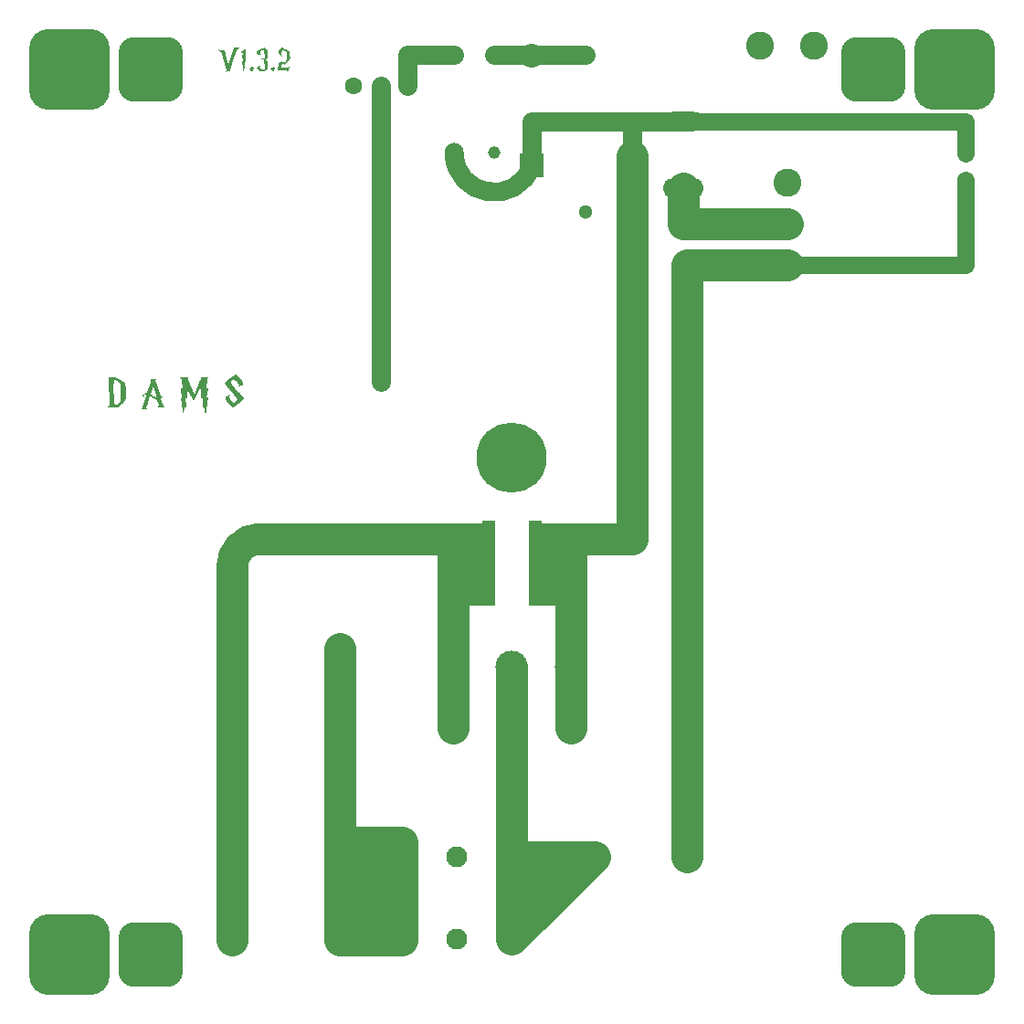
<source format=gtl>
G04*
G04 #@! TF.GenerationSoftware,Altium Limited,Altium Designer,24.0.1 (36)*
G04*
G04 Layer_Physical_Order=1*
G04 Layer_Color=16711833*
%FSLAX44Y44*%
%MOMM*%
G71*
G04*
G04 #@! TF.SameCoordinates,9C8BCC2B-501B-40A3-BBBE-7B9C73712F20*
G04*
G04*
G04 #@! TF.FilePolarity,Positive*
G04*
G01*
G75*
%ADD10C,0.2540*%
%ADD13R,1.2000X3.4200*%
%ADD33C,1.8000*%
%ADD34C,0.2540*%
%ADD35C,3.0000*%
%ADD36C,1.6000*%
%ADD37R,4.9675X5.2937*%
%ADD38R,2.6921X5.0620*%
%ADD39R,5.7780X9.0000*%
%ADD40C,2.1500*%
%ADD41C,1.6000*%
%ADD42R,2.2000X2.2000*%
%ADD43C,2.2000*%
%ADD44C,1.1500*%
%ADD45O,3.8000X1.8000*%
%ADD46O,1.8000X3.8000*%
%ADD47C,1.3000*%
%ADD48C,2.6000*%
%ADD49C,3.0000*%
%ADD50R,3.0000X3.0000*%
%ADD51C,6.5000*%
%ADD52C,1.9500*%
%ADD53C,1.3600*%
%ADD54C,1.7000*%
%ADD55C,1.5400*%
G04:AMPARAMS|DCode=56|XSize=6mm|YSize=6mm|CornerRadius=1.5mm|HoleSize=0mm|Usage=FLASHONLY|Rotation=0.000|XOffset=0mm|YOffset=0mm|HoleType=Round|Shape=RoundedRectangle|*
%AMROUNDEDRECTD56*
21,1,6.0000,3.0000,0,0,0.0*
21,1,3.0000,6.0000,0,0,0.0*
1,1,3.0000,1.5000,-1.5000*
1,1,3.0000,-1.5000,-1.5000*
1,1,3.0000,-1.5000,1.5000*
1,1,3.0000,1.5000,1.5000*
%
%ADD56ROUNDEDRECTD56*%
G04:AMPARAMS|DCode=57|XSize=7.5mm|YSize=7.5mm|CornerRadius=1.875mm|HoleSize=0mm|Usage=FLASHONLY|Rotation=0.000|XOffset=0mm|YOffset=0mm|HoleType=Round|Shape=RoundedRectangle|*
%AMROUNDEDRECTD57*
21,1,7.5000,3.7500,0,0,0.0*
21,1,3.7500,7.5000,0,0,0.0*
1,1,3.7500,1.8750,-1.8750*
1,1,3.7500,-1.8750,-1.8750*
1,1,3.7500,-1.8750,1.8750*
1,1,3.7500,1.8750,1.8750*
%
%ADD57ROUNDEDRECTD57*%
G36*
X450000Y53800D02*
Y130000D01*
X527000D01*
X450000Y53800D01*
D02*
G37*
G36*
X197802Y880687D02*
X197719Y880625D01*
X197594Y880541D01*
X197448Y880416D01*
X197239Y880250D01*
X197031Y880041D01*
X196781Y879812D01*
X196511Y879562D01*
X196240Y879271D01*
X195948Y878958D01*
X195636Y878604D01*
X195344Y878229D01*
X195053Y877834D01*
X194782Y877417D01*
X194511Y876959D01*
X194261Y876501D01*
Y876480D01*
X194240Y876438D01*
X194199Y876355D01*
X194136Y876230D01*
X194074Y876063D01*
X193990Y875855D01*
X193886Y875626D01*
X193782Y875334D01*
X193657Y874980D01*
X193511Y874605D01*
X193365Y874168D01*
X193199Y873668D01*
X193032Y873106D01*
X192845Y872502D01*
X192637Y871835D01*
X192428Y871106D01*
X188971Y859338D01*
X188929Y859318D01*
X188888Y859297D01*
X188804Y859234D01*
X188679Y859172D01*
X188513Y859068D01*
X188283Y858943D01*
X188263Y858922D01*
X188179Y858880D01*
X188054Y858818D01*
X187908Y858755D01*
X187554Y858609D01*
X187367Y858568D01*
X187200Y858547D01*
X187096D01*
X186971Y858526D01*
X186805Y858505D01*
X186596Y858484D01*
X186367Y858443D01*
X186117Y858401D01*
X185826Y858318D01*
X185534Y858234D01*
X185222Y858130D01*
X184909Y858005D01*
X184576Y857860D01*
X184264Y857672D01*
X183951Y857464D01*
X183660Y857235D01*
X183493Y857068D01*
X183597Y857193D01*
X183785Y857401D01*
X184035Y857672D01*
X184347Y857985D01*
X184701Y858339D01*
X185118Y858714D01*
X185576Y859130D01*
X182077Y871106D01*
X182056Y871148D01*
X182035Y871252D01*
X181993Y871419D01*
X181910Y871648D01*
X181848Y871918D01*
X181744Y872210D01*
X181660Y872543D01*
X181556Y872877D01*
X181327Y873564D01*
X181223Y873897D01*
X181119Y874210D01*
X181035Y874480D01*
X180952Y874730D01*
X180889Y874918D01*
X180827Y875063D01*
X180806Y875084D01*
X180785Y875168D01*
X180723Y875293D01*
X180640Y875438D01*
X180556Y875626D01*
X180431Y875834D01*
X180140Y876334D01*
X179765Y876834D01*
X179348Y877355D01*
X179098Y877584D01*
X178848Y877792D01*
X178578Y877979D01*
X178307Y878146D01*
X178286Y878167D01*
X178223Y878188D01*
X178161Y878209D01*
X178078Y878271D01*
X177953Y878334D01*
X177807Y878417D01*
X177619Y878521D01*
X177515Y878584D01*
X177557D01*
X177619Y878563D01*
X177703D01*
X177932Y878542D01*
X178203Y878500D01*
X178557Y878458D01*
X178953Y878417D01*
X179390Y878375D01*
X179869Y878334D01*
X180848Y878250D01*
X181327Y878229D01*
X181806Y878188D01*
X182264D01*
X182701Y878167D01*
X183076D01*
X183410Y878188D01*
X185555Y870398D01*
X185576Y870356D01*
X185597Y870273D01*
X185638Y870107D01*
X185701Y869877D01*
X185784Y869607D01*
X185867Y869294D01*
X185972Y868940D01*
X186076Y868544D01*
X186201Y868107D01*
X186346Y867649D01*
X186471Y867170D01*
X186617Y866670D01*
X186909Y865628D01*
X187221Y864566D01*
X191845Y880333D01*
X191970D01*
X192053Y880312D01*
X192303D01*
X192470Y880291D01*
X193095D01*
X193595Y880312D01*
X194199Y880333D01*
X194844Y880396D01*
X197823Y880708D01*
X197802Y880687D01*
D02*
G37*
G36*
X203446Y866878D02*
X202572Y868523D01*
X202488Y868732D01*
X202613Y861505D01*
X201863Y862900D01*
X201343Y856256D01*
X199655Y867670D01*
X200489Y867003D01*
X199593Y873876D01*
X200759Y873272D01*
X200530Y875772D01*
X197031Y876126D01*
X197052D01*
X197094Y876147D01*
X197156Y876188D01*
X197260Y876230D01*
X197385Y876292D01*
X197531Y876355D01*
X197885Y876522D01*
X198302Y876730D01*
X198760Y876959D01*
X199281Y877230D01*
X199822Y877521D01*
X200364Y877834D01*
X200926Y878188D01*
X201447Y878521D01*
X201947Y878896D01*
X202405Y879250D01*
X202821Y879625D01*
X202988Y879791D01*
X203134Y879979D01*
X203280Y880166D01*
X203384Y880333D01*
X203446Y866878D01*
D02*
G37*
G36*
X237042Y880562D02*
X237104Y880520D01*
X237188Y880479D01*
X237313Y880437D01*
X237437Y880375D01*
X237792Y880229D01*
X238187Y880021D01*
X238645Y879812D01*
X239166Y879541D01*
X239729Y879271D01*
X240291Y878958D01*
X240895Y878646D01*
X242103Y877938D01*
X242665Y877563D01*
X243228Y877188D01*
X243748Y876813D01*
X244207Y876438D01*
Y876396D01*
Y876334D01*
Y876272D01*
Y876167D01*
X244228Y876022D01*
Y875876D01*
Y875667D01*
Y875459D01*
Y875209D01*
X244248Y874918D01*
Y874585D01*
Y874230D01*
Y873814D01*
Y873376D01*
Y872897D01*
Y872877D01*
Y872835D01*
Y872731D01*
Y872606D01*
X244269Y872439D01*
Y872231D01*
Y871981D01*
X244290Y871669D01*
Y871627D01*
Y871544D01*
X244311Y871398D01*
Y871231D01*
Y871023D01*
Y870815D01*
Y870606D01*
Y870419D01*
Y870398D01*
X244290Y870356D01*
X244269Y870294D01*
X244248Y870190D01*
X244186Y870086D01*
X244123Y869940D01*
X244040Y869752D01*
X243936Y869565D01*
X243811Y869336D01*
X243644Y869107D01*
X243478Y868836D01*
X243249Y868544D01*
X243019Y868232D01*
X242728Y867919D01*
X242415Y867565D01*
X242061Y867190D01*
X242020Y867149D01*
X241895Y867024D01*
X241707Y866836D01*
X241437Y866566D01*
X241103Y866253D01*
X240707Y865858D01*
X240270Y865441D01*
X239749Y864962D01*
X238958Y864795D01*
X238937D01*
X238833Y864837D01*
X238687Y864879D01*
X238458Y864983D01*
X238167Y865129D01*
X237792Y865337D01*
X237563Y865462D01*
X237313Y865628D01*
X237063Y865795D01*
X236771Y865983D01*
X236125Y861879D01*
X241603D01*
X241749Y861900D01*
X241957Y861942D01*
X242186Y862004D01*
X242436Y862109D01*
X242728Y862234D01*
X242999Y862421D01*
X243040Y862442D01*
X243124Y862525D01*
X243269Y862629D01*
X243436Y862775D01*
X243623Y862962D01*
X243811Y863192D01*
X243998Y863421D01*
X244165Y863691D01*
X243165Y858859D01*
X243124D01*
X243082Y858880D01*
X242894D01*
X242790Y858901D01*
X242645Y858922D01*
X242478D01*
X242270Y858943D01*
X242061D01*
X241811Y858963D01*
X241541Y858984D01*
X240895D01*
X240541Y859005D01*
X232689D01*
X233793Y865795D01*
X233918Y865774D01*
X233938Y866003D01*
X236833Y868253D01*
Y868232D01*
X236875Y868211D01*
X236917Y868149D01*
X236979Y868065D01*
X237167Y867857D01*
X237417Y867607D01*
X237729Y867316D01*
X238083Y867045D01*
X238521Y866795D01*
X238979Y866587D01*
X239000Y866607D01*
X239083Y866649D01*
X239187Y866712D01*
X239333Y866816D01*
X239520Y866941D01*
X239708Y867107D01*
X239937Y867316D01*
X240187Y867565D01*
X240208Y867607D01*
X240291Y867690D01*
X240416Y867815D01*
X240541Y867982D01*
X240687Y868169D01*
X240812Y868378D01*
X240937Y868586D01*
X241020Y868794D01*
Y875855D01*
X240999Y875897D01*
X240978Y876001D01*
X240916Y876167D01*
X240812Y876355D01*
X240687Y876584D01*
X240520Y876813D01*
X240312Y877063D01*
X240062Y877271D01*
X240041Y877292D01*
X239958Y877334D01*
X239854Y877396D01*
X239666Y877480D01*
X239458Y877563D01*
X239187Y877667D01*
X238875Y877792D01*
X238521Y877917D01*
X237188Y878354D01*
Y878313D01*
X237146Y878229D01*
X237104Y878084D01*
X237042Y877896D01*
X236979Y877688D01*
X236896Y877438D01*
X236729Y876876D01*
X236563Y876292D01*
X236479Y876022D01*
X236417Y875772D01*
X236355Y875522D01*
X236313Y875313D01*
X236292Y875168D01*
X236271Y875043D01*
Y875022D01*
Y874959D01*
X236292Y874876D01*
X236313Y874772D01*
Y874730D01*
X236292Y874647D01*
X236271Y874501D01*
X236250Y874355D01*
Y874314D01*
X236271Y874210D01*
X236292Y874043D01*
X236334Y873814D01*
X236417Y873543D01*
X236542Y873231D01*
X236709Y872877D01*
X236938Y872502D01*
X233251Y875730D01*
Y875751D01*
X233272Y875772D01*
X233293Y875897D01*
X233355Y876063D01*
X233438Y876272D01*
X233543Y876522D01*
X233647Y876751D01*
X233793Y876980D01*
X233938Y877188D01*
X236313Y880583D01*
X237000D01*
X237042Y880562D01*
D02*
G37*
G36*
X223483Y876938D02*
X223629Y871294D01*
X221837Y869752D01*
X223483Y868003D01*
Y860401D01*
X220192Y858651D01*
X220067D01*
X215818Y858880D01*
X213610Y861713D01*
Y861734D01*
X213631Y861796D01*
X213673Y861900D01*
X213735Y862025D01*
X213819Y862192D01*
X213944Y862379D01*
X214069Y862567D01*
X214256Y862775D01*
X214464Y862983D01*
X214714Y863192D01*
X215006Y863400D01*
X215339Y863608D01*
X215714Y863796D01*
X216151Y863941D01*
X216630Y864087D01*
X217172Y864191D01*
X217151Y864171D01*
X217130Y864129D01*
X217068Y864066D01*
X217005Y863983D01*
X216839Y863775D01*
X216651Y863504D01*
X216464Y863233D01*
X216297Y862983D01*
X216172Y862775D01*
X216151Y862692D01*
X216131Y862629D01*
Y862608D01*
Y862567D01*
X216151Y862504D01*
X216172Y862421D01*
X216255Y862192D01*
X216318Y862067D01*
X216401Y861942D01*
X217276Y860338D01*
X219984Y860526D01*
X220588Y861296D01*
X220254Y869128D01*
X217172D01*
X217588Y870669D01*
X219984Y870794D01*
X220588Y871564D01*
X220213Y878625D01*
X216818Y877292D01*
X216880Y876084D01*
Y876042D01*
X216859Y875938D01*
X216839Y875792D01*
X216818Y875605D01*
Y875584D01*
Y875563D01*
Y875501D01*
X216839Y875418D01*
X216880Y875189D01*
X216964Y874918D01*
X217109Y874585D01*
X217213Y874397D01*
X217339Y874210D01*
X217484Y874022D01*
X217651Y873835D01*
X217838Y873647D01*
X218047Y873460D01*
X218026D01*
X217984Y873481D01*
X217922D01*
X217817Y873501D01*
X217693Y873522D01*
X217568Y873543D01*
X217234Y873606D01*
X216880Y873668D01*
X216526Y873751D01*
X216151Y873814D01*
X215839Y873897D01*
X215818D01*
X215776Y873918D01*
X215693Y873939D01*
X215589Y873960D01*
X215464Y874001D01*
X215318Y874064D01*
X214985Y874168D01*
X214631Y874314D01*
X214256Y874480D01*
X213902Y874668D01*
X213610Y874876D01*
Y877001D01*
X216943Y878667D01*
X220754Y880187D01*
X223483Y876938D01*
D02*
G37*
G36*
X229210Y862421D02*
X229294Y862275D01*
X229377Y862150D01*
X229481Y862046D01*
X229710Y861900D01*
X229919Y861796D01*
X230106Y861754D01*
X230273Y861734D01*
X230418D01*
X230606Y860276D01*
X230377Y860255D01*
X230169Y860213D01*
X229981Y860151D01*
X229835Y860088D01*
X229710Y860005D01*
X229627Y859942D01*
X229564Y859901D01*
X229544Y859880D01*
X229419Y859713D01*
X229335Y859547D01*
X229273Y859380D01*
X229231Y859213D01*
Y859089D01*
Y858963D01*
Y858880D01*
Y858859D01*
X227482Y858922D01*
X227419Y859130D01*
X227336Y859318D01*
X227253Y859463D01*
X227148Y859588D01*
X226961Y859797D01*
X226753Y859942D01*
X226565Y860026D01*
X226420Y860067D01*
X226315Y860088D01*
X226274D01*
X226170Y861421D01*
X226420D01*
X226628Y861442D01*
X226794Y861484D01*
X226919Y861525D01*
X227003Y861567D01*
X227086Y861588D01*
X227107Y861629D01*
X227128D01*
X227169Y861692D01*
X227232Y861796D01*
X227315Y862025D01*
X227357Y862150D01*
X227398Y862254D01*
X227419Y862317D01*
Y862338D01*
X229127Y862588D01*
X229210Y862421D01*
D02*
G37*
G36*
X209632D02*
X209715Y862275D01*
X209799Y862150D01*
X209903Y862046D01*
X210132Y861900D01*
X210340Y861796D01*
X210528Y861754D01*
X210694Y861734D01*
X210840D01*
X211028Y860276D01*
X210798Y860255D01*
X210590Y860213D01*
X210403Y860151D01*
X210257Y860088D01*
X210132Y860005D01*
X210049Y859942D01*
X209986Y859901D01*
X209965Y859880D01*
X209840Y859713D01*
X209757Y859547D01*
X209695Y859380D01*
X209653Y859213D01*
Y859089D01*
Y858963D01*
Y858880D01*
Y858859D01*
X207903Y858922D01*
X207841Y859130D01*
X207758Y859318D01*
X207674Y859463D01*
X207570Y859588D01*
X207383Y859797D01*
X207174Y859942D01*
X206987Y860026D01*
X206841Y860067D01*
X206737Y860088D01*
X206695D01*
X206591Y861421D01*
X206841D01*
X207050Y861442D01*
X207216Y861484D01*
X207341Y861525D01*
X207424Y861567D01*
X207508Y861588D01*
X207528Y861629D01*
X207549D01*
X207591Y861692D01*
X207654Y861796D01*
X207737Y862025D01*
X207778Y862150D01*
X207820Y862254D01*
X207841Y862317D01*
Y862338D01*
X209549Y862588D01*
X209632Y862421D01*
D02*
G37*
G36*
X194718Y577701D02*
X194829Y577673D01*
X194940Y577589D01*
X199965Y571565D01*
Y571537D01*
X200021Y571454D01*
X200049Y571343D01*
X200132Y571204D01*
X200215Y571010D01*
X200298Y570816D01*
X200493Y570344D01*
X200659Y569844D01*
X200826Y569344D01*
X200937Y568900D01*
X200992Y568733D01*
Y568567D01*
Y568539D01*
X200965Y568428D01*
X200937Y568261D01*
X200881Y568039D01*
X200743Y567817D01*
X200576Y567567D01*
X200326Y567317D01*
X199993Y567095D01*
X196023Y566068D01*
X195968Y566373D01*
X195995Y566401D01*
X196051Y566457D01*
X196134Y566540D01*
X196273Y566623D01*
X196412Y566762D01*
X196606Y566901D01*
X197022Y567179D01*
X197050Y567206D01*
X197078Y567234D01*
X197134Y567290D01*
X197189Y567373D01*
X197217Y567484D01*
X197272Y567651D01*
X197300Y567845D01*
X197272Y567900D01*
X197217Y568039D01*
X197050Y568289D01*
X196967Y568456D01*
X196828Y568650D01*
X196661Y568844D01*
X196467Y569094D01*
X196245Y569344D01*
X195968Y569650D01*
X195662Y569955D01*
X195301Y570288D01*
X194912Y570649D01*
X194468Y571038D01*
X194441Y571065D01*
X194357Y571121D01*
X194246Y571232D01*
X194080Y571371D01*
X193857Y571537D01*
X193636Y571704D01*
X193108Y572093D01*
X192553Y572481D01*
X192275Y572648D01*
X191998Y572787D01*
X191720Y572898D01*
X191470Y572981D01*
X191248Y573009D01*
X191026D01*
X190970Y572981D01*
X190859Y572925D01*
X190720Y572814D01*
X190554Y572676D01*
X190359Y572481D01*
X190137Y572231D01*
X189915Y571926D01*
X189888Y571898D01*
X189832Y571759D01*
X189721Y571593D01*
X189638Y571399D01*
X189416Y570899D01*
X189360Y570649D01*
X189332Y570427D01*
Y570399D01*
Y570344D01*
X189360Y570260D01*
X189388Y570121D01*
X189499Y569816D01*
X189582Y569650D01*
X189693Y569455D01*
X189721Y569427D01*
X189804Y569316D01*
X189971Y569122D01*
X190165Y568872D01*
X190443Y568539D01*
X190776Y568122D01*
X191165Y567678D01*
X191609Y567123D01*
X192136Y566512D01*
X192719Y565846D01*
X193358Y565124D01*
X194080Y564319D01*
X194857Y563459D01*
X195690Y562515D01*
X196606Y561543D01*
X197578Y560488D01*
X197633Y560432D01*
X197744Y560321D01*
X197939Y560099D01*
X198188Y559822D01*
X198494Y559488D01*
X198827Y559100D01*
X199160Y558683D01*
X199549Y558267D01*
X200243Y557351D01*
X200576Y556879D01*
X200881Y556435D01*
X201131Y556046D01*
X201326Y555657D01*
X201437Y555324D01*
X201492Y555047D01*
Y555019D01*
Y554963D01*
X201464Y554880D01*
X201437Y554797D01*
X201353Y554547D01*
X201242Y554408D01*
X201131Y554297D01*
X200687Y554214D01*
X200715Y553881D01*
X200659Y553825D01*
X200604Y553769D01*
X200493Y553686D01*
X200354Y553575D01*
X200187Y553436D01*
X199993Y553270D01*
X199743Y553075D01*
X199466Y552853D01*
X199160Y552576D01*
X198799Y552298D01*
X198411Y551965D01*
X197939Y551604D01*
X197467Y551215D01*
X196911Y550771D01*
X196328Y550299D01*
X196273Y550271D01*
X196134Y550160D01*
X195912Y549994D01*
X195634Y549772D01*
X195301Y549494D01*
X194885Y549216D01*
X194468Y548911D01*
X193996Y548578D01*
X193052Y547939D01*
X192553Y547662D01*
X192108Y547384D01*
X191664Y547162D01*
X191276Y546996D01*
X190915Y546884D01*
X190609Y546857D01*
X190582D01*
X190498Y546884D01*
X190415Y546912D01*
X190332Y546996D01*
X185307Y552992D01*
Y553020D01*
X185251Y553103D01*
X185224Y553214D01*
X185140Y553353D01*
X185057Y553547D01*
X184974Y553742D01*
X184779Y554214D01*
X184585Y554713D01*
X184418Y555185D01*
X184307Y555630D01*
X184252Y555824D01*
Y555963D01*
Y555990D01*
X184280Y556101D01*
X184307Y556268D01*
X184363Y556490D01*
X184502Y556712D01*
X184668Y556962D01*
X184890Y557212D01*
X185224Y557462D01*
X186639Y558350D01*
X189693Y559072D01*
X189666Y559044D01*
X189610Y558989D01*
X189499Y558878D01*
X189332Y558739D01*
X188971Y558433D01*
X188555Y558073D01*
X188527Y558045D01*
X188472Y557962D01*
X188361Y557823D01*
X188250Y557656D01*
X188139Y557462D01*
X188027Y557240D01*
X187944Y556990D01*
X187889Y556740D01*
X187916Y556684D01*
X187972Y556546D01*
X188000Y556435D01*
X188083Y556296D01*
X188166Y556129D01*
X188250Y555935D01*
X188388Y555713D01*
X188527Y555435D01*
X188694Y555158D01*
X188916Y554852D01*
X189138Y554491D01*
X189388Y554103D01*
X189693Y553686D01*
X190026Y553242D01*
X190054Y553214D01*
X190110Y553131D01*
X190221Y552992D01*
X190359Y552826D01*
X190498Y552631D01*
X190693Y552409D01*
X191109Y551937D01*
X191553Y551465D01*
X191775Y551271D01*
X191998Y551077D01*
X192220Y550938D01*
X192414Y550827D01*
X192581Y550771D01*
X192719D01*
Y550799D01*
X192747Y550827D01*
X192858Y550993D01*
X193025Y551271D01*
X193302Y551660D01*
X193663Y552132D01*
X194107Y552715D01*
X194357Y553020D01*
X194663Y553381D01*
X194968Y553742D01*
X195329Y554130D01*
X195051Y554047D01*
X195107Y554075D01*
X195190Y554186D01*
X195273Y554380D01*
X195329Y554658D01*
Y554713D01*
X195301Y554797D01*
X195246Y554908D01*
X195162Y555074D01*
X195024Y555296D01*
X194829Y555602D01*
X194607Y555963D01*
X194302Y556407D01*
X193913Y556907D01*
X193441Y557545D01*
X192858Y558267D01*
X192553Y558656D01*
X192192Y559072D01*
X191831Y559544D01*
X191415Y560016D01*
X190998Y560544D01*
X190526Y561071D01*
X190026Y561654D01*
X189499Y562265D01*
X189471Y562293D01*
X189443Y562348D01*
X189360Y562431D01*
X189249Y562542D01*
X189110Y562709D01*
X188971Y562876D01*
X188583Y563320D01*
X188139Y563847D01*
X187667Y564430D01*
X187139Y565041D01*
X186584Y565680D01*
X186029Y566346D01*
X185501Y566984D01*
X185029Y567595D01*
X184585Y568150D01*
X184196Y568650D01*
X183919Y569039D01*
X183808Y569205D01*
X183724Y569344D01*
X183697Y569455D01*
X183669Y569511D01*
Y569538D01*
Y569566D01*
X183697Y569677D01*
X183752Y569844D01*
X183891Y569983D01*
X184502Y570704D01*
X188916Y574258D01*
X188971Y574286D01*
X189110Y574397D01*
X189332Y574591D01*
X189610Y574813D01*
X189971Y575063D01*
X190359Y575368D01*
X190804Y575674D01*
X191276Y576007D01*
X192220Y576618D01*
X192691Y576923D01*
X193164Y577201D01*
X193580Y577395D01*
X193969Y577589D01*
X194329Y577701D01*
X194607Y577728D01*
X194635D01*
X194718Y577701D01*
D02*
G37*
G36*
X168677Y575174D02*
X168622Y575091D01*
X168511Y574980D01*
X168372Y574785D01*
X168205Y574508D01*
X168094Y574341D01*
X167983Y574147D01*
X167844Y573897D01*
X167706Y573647D01*
X166539Y564152D01*
X168538Y565041D01*
X167012Y555047D01*
X168455Y556018D01*
X165568Y539416D01*
X164680Y549050D01*
X163375Y547051D01*
X163624Y557545D01*
X163458Y557212D01*
X161931Y554880D01*
X162014Y566457D01*
X155379Y552715D01*
X149244Y564264D01*
X149299Y554491D01*
X147772Y556823D01*
X147606Y557129D01*
X147856Y546635D01*
X146551Y548661D01*
X145662Y539000D01*
X142775Y555602D01*
X144219Y554658D01*
X142692Y564624D01*
X144719Y563736D01*
X143580Y573314D01*
X143108Y574119D01*
X143081Y574147D01*
X143053Y574202D01*
X142886Y574369D01*
X142664Y574563D01*
X142525Y574647D01*
X142386Y574702D01*
X143191D01*
X149577Y575202D01*
X150465Y575119D01*
X150437D01*
X150382Y575063D01*
X150271Y574980D01*
X150160Y574841D01*
X150049Y574647D01*
X149938Y574341D01*
X149910Y574175D01*
X149882Y573953D01*
X149854Y573731D01*
Y573453D01*
Y573425D01*
X149882Y573370D01*
Y573286D01*
X149910Y573175D01*
X149965Y573009D01*
X150049Y572814D01*
X150132Y572565D01*
X155462Y559072D01*
X161265Y572315D01*
X161292Y572370D01*
X161348Y572481D01*
X161404Y572676D01*
X161515Y572898D01*
X161598Y573120D01*
X161653Y573342D01*
X161709Y573536D01*
X161737Y573647D01*
Y573675D01*
Y573786D01*
Y573897D01*
Y574064D01*
Y574230D01*
Y574397D01*
X161709Y574508D01*
Y574591D01*
Y574619D01*
X161681Y574674D01*
X161626Y574758D01*
X161515Y574869D01*
X161404Y574980D01*
X161237Y575063D01*
X161015Y575146D01*
X160737Y575202D01*
X168733D01*
X168677Y575174D01*
D02*
G37*
G36*
X120454Y573425D02*
X120371Y573370D01*
X120232Y573259D01*
X120121Y573092D01*
X119982Y572842D01*
X119844Y572537D01*
X119760Y572148D01*
X119733Y571676D01*
Y571648D01*
Y571593D01*
Y571482D01*
X119760Y571343D01*
X119788Y571149D01*
X119816Y570927D01*
X119871Y570704D01*
X119955Y570427D01*
X124396Y556712D01*
X124424Y556740D01*
X124535Y556768D01*
X124702Y556851D01*
X124924Y556962D01*
X125229Y557129D01*
X125618Y557323D01*
X126062Y557573D01*
X126590Y557878D01*
Y557850D01*
X126562Y557795D01*
X126507Y557712D01*
X126451Y557601D01*
X126284Y557295D01*
X126062Y556934D01*
X125785Y556518D01*
X125479Y556074D01*
X125174Y555685D01*
X124841Y555296D01*
X126451Y550327D01*
X126479Y550271D01*
X126507Y550133D01*
X126590Y549938D01*
X126645Y549688D01*
X126729Y549466D01*
X126812Y549272D01*
X126867Y549105D01*
X126895Y549078D01*
Y549050D01*
Y549022D01*
X126951Y548939D01*
X127006Y548828D01*
X127062Y548689D01*
X127312Y548328D01*
X127450Y548162D01*
X127645Y547967D01*
X128811Y547301D01*
X120732D01*
X121731Y547967D01*
X121759D01*
X121870Y548023D01*
X122009Y548078D01*
X122148Y548189D01*
X122314Y548356D01*
X122425Y548578D01*
X122536Y548856D01*
X122564Y549189D01*
Y549244D01*
Y549300D01*
X122536Y549411D01*
X122509Y549577D01*
X122453Y549772D01*
X122398Y550022D01*
X122314Y550355D01*
X121287Y553769D01*
X121259D01*
X121176Y553797D01*
X121037Y553853D01*
X120843Y553908D01*
X120593Y554019D01*
X120288Y554130D01*
X119927Y554297D01*
X119538Y554519D01*
X119066Y554769D01*
X118594Y555074D01*
X118039Y555407D01*
X117456Y555824D01*
X116817Y556296D01*
X116151Y556851D01*
X115457Y557462D01*
X114707Y558128D01*
X114541Y557573D01*
X111432Y547967D01*
Y547939D01*
X111404Y547828D01*
X111348Y547690D01*
X111320Y547523D01*
X111209Y547134D01*
X111182Y546940D01*
Y546773D01*
Y546746D01*
X111209Y546662D01*
X111237Y546524D01*
X111320Y546385D01*
X111459Y546190D01*
X111681Y545996D01*
X111959Y545802D01*
X112348Y545607D01*
X110710Y545524D01*
X108045D01*
X106046Y545607D01*
X106101Y545635D01*
X106212Y545663D01*
X106379Y545746D01*
X106573Y545830D01*
X106768Y545941D01*
X106962Y546052D01*
X107156Y546190D01*
X107267Y546329D01*
X107295Y546385D01*
X107323Y546468D01*
X107351Y546579D01*
X107406Y546746D01*
X107489Y546968D01*
X107600Y547273D01*
X107711Y547634D01*
X111515Y559433D01*
X111432D01*
X111348Y559405D01*
X111209D01*
X111071Y559377D01*
X110904Y559322D01*
X110488Y559211D01*
X110016Y559016D01*
X109488Y558767D01*
X108989Y558406D01*
X108739Y558184D01*
X108489Y557934D01*
X109460Y556185D01*
X107656Y558156D01*
X107684Y558184D01*
X107739Y558267D01*
X107850Y558406D01*
X107989Y558545D01*
X108156Y558767D01*
X108378Y558989D01*
X108600Y559211D01*
X108877Y559461D01*
X109183Y559711D01*
X109516Y559960D01*
X110266Y560432D01*
X110654Y560654D01*
X111071Y560821D01*
X111515Y560960D01*
X111987Y561043D01*
X114846Y570010D01*
X114874Y570066D01*
X114902Y570177D01*
X114957Y570371D01*
X115013Y570593D01*
X115124Y571093D01*
X115180Y571343D01*
Y571537D01*
Y571565D01*
Y571593D01*
Y571676D01*
Y571787D01*
X115152Y572037D01*
X115096Y572342D01*
X115013Y572676D01*
X114874Y572981D01*
X114707Y573259D01*
X114485Y573453D01*
X120482D01*
X120454Y573425D01*
D02*
G37*
G36*
X81698Y575230D02*
X81587Y575146D01*
X82004D01*
X82031Y575119D01*
X82115Y575091D01*
X82198Y575063D01*
X82476Y574952D01*
X82837Y574785D01*
X83308Y574591D01*
X83836Y574341D01*
X84447Y574064D01*
X85113Y573758D01*
X85835Y573370D01*
X86584Y572981D01*
X87417Y572509D01*
X88250Y572037D01*
X89111Y571510D01*
X89971Y570927D01*
X90860Y570316D01*
X91748Y569677D01*
Y569650D01*
Y569622D01*
Y569538D01*
X91776Y569427D01*
Y569288D01*
Y569094D01*
X91804Y568678D01*
X91832Y568178D01*
X91859Y567567D01*
X91887Y566873D01*
X91915Y566124D01*
X91943Y565291D01*
X91970Y564430D01*
X91998Y563514D01*
X92026Y562570D01*
X92081Y560627D01*
Y558683D01*
Y558656D01*
Y558628D01*
Y558545D01*
Y558433D01*
Y558267D01*
Y558100D01*
Y557878D01*
Y557628D01*
X92054Y557351D01*
Y557045D01*
Y556684D01*
X92026Y556324D01*
Y555907D01*
X91998Y555463D01*
Y554991D01*
X91970Y554491D01*
Y554464D01*
X91943Y554408D01*
X91915Y554325D01*
X91859Y554214D01*
X91776Y554047D01*
X91693Y553853D01*
X91554Y553631D01*
X91387Y553381D01*
X91193Y553103D01*
X90971Y552770D01*
X90693Y552409D01*
X90360Y552048D01*
X89971Y551632D01*
X89555Y551188D01*
X89083Y550743D01*
X88528Y550244D01*
X88500Y550216D01*
X88444Y550188D01*
X88361Y550105D01*
X88250Y549994D01*
X88084Y549855D01*
X87917Y549688D01*
X87473Y549300D01*
X86945Y548856D01*
X86362Y548356D01*
X85696Y547828D01*
X85030Y547273D01*
X83836Y547079D01*
X83642D01*
X74508Y547134D01*
X74536D01*
X74591Y547162D01*
X74702Y547218D01*
X74869Y547273D01*
X75202Y547440D01*
X75618Y547690D01*
X76035Y548023D01*
X76396Y548439D01*
X76535Y548689D01*
X76645Y548939D01*
X76701Y549244D01*
X76729Y549550D01*
X76507Y573231D01*
Y573259D01*
Y573286D01*
X76451Y573453D01*
X76396Y573703D01*
X76257Y574008D01*
X76062Y574341D01*
X75813Y574674D01*
X75452Y575008D01*
X75008Y575257D01*
X81754D01*
X81698Y575230D01*
D02*
G37*
%LPC*%
G36*
X117289Y566846D02*
X115180Y559627D01*
X115207Y559599D01*
X115318Y559488D01*
X115485Y559350D01*
X115735Y559155D01*
X115985Y558933D01*
X116318Y558683D01*
X116679Y558406D01*
X117067Y558100D01*
X117928Y557517D01*
X118816Y556962D01*
X119261Y556712D01*
X119705Y556518D01*
X120121Y556351D01*
X120538Y556240D01*
X120093Y557601D01*
X117289Y566846D01*
D02*
G37*
G36*
X81587Y572787D02*
Y572759D01*
X81559Y572676D01*
X81504Y572509D01*
X81448Y572287D01*
X81393Y572009D01*
X81310Y571648D01*
X81254Y571232D01*
X81199Y570760D01*
Y570732D01*
Y570704D01*
X81171Y570538D01*
X81143Y570288D01*
X81115Y570010D01*
X81060Y569677D01*
X81004Y569344D01*
X80949Y569039D01*
X80865Y568761D01*
X81032Y550910D01*
Y550882D01*
X81060Y550827D01*
Y550743D01*
X81088Y550632D01*
X81143Y550605D01*
X81254Y550521D01*
X81476Y550410D01*
X81782Y550244D01*
X82170Y550049D01*
X82642Y549855D01*
X83197Y549661D01*
X83836Y549439D01*
X83864Y549466D01*
X83975Y549522D01*
X84141Y549605D01*
X84363Y549744D01*
X84613Y549911D01*
X84891Y550133D01*
X85224Y550382D01*
X85557Y550660D01*
X85613Y550716D01*
X85724Y550827D01*
X85918Y550993D01*
X86140Y551243D01*
X86362Y551493D01*
X86584Y551771D01*
X86751Y552048D01*
X86890Y552326D01*
Y568928D01*
Y568955D01*
X86862Y568983D01*
X86806Y569150D01*
X86668Y569400D01*
X86446Y569733D01*
X86168Y570094D01*
X85779Y570510D01*
X85529Y570704D01*
X85252Y570899D01*
X84974Y571093D01*
X84641Y571287D01*
X84586Y571315D01*
X84447Y571371D01*
X84197Y571482D01*
X83864Y571648D01*
X83447Y571870D01*
X82920Y572120D01*
X82309Y572426D01*
X81587Y572787D01*
D02*
G37*
%LPD*%
D10*
X328372Y844865D02*
G03*
X328370Y844861I5J-5D01*
G01*
X398372Y873365D02*
G03*
X398334Y873381I-38J-38D01*
G01*
X566690Y779214D02*
X566690Y779214D01*
X396436Y873365D02*
Y873381D01*
X190713Y323481D02*
X204465D01*
D13*
X428500Y380000D02*
D03*
X471500D02*
D03*
X428500Y425000D02*
D03*
X471500D02*
D03*
D33*
X396436Y783365D02*
G03*
X468372Y771565I36936J0D01*
G01*
X328370Y570500D02*
Y844861D01*
X353372Y844865D02*
Y873365D01*
X396436D01*
X468372Y771565D02*
Y811865D01*
X561372Y779865D02*
Y811865D01*
X468372D02*
X608372D01*
X433372Y873365D02*
X518372D01*
D34*
X471500Y425000D02*
D03*
D35*
X216113Y425000D02*
G03*
X190713Y399600I0J-25400D01*
G01*
X450000Y53800D02*
X527000Y130000D01*
X450000D02*
X527000D01*
X450000D02*
Y306600D01*
Y53800D02*
Y130000D01*
X612000Y679000D02*
X705000D01*
X612000Y130000D02*
Y679000D01*
X561372Y425000D02*
Y553500D01*
X480500Y425000D02*
X561372D01*
Y553500D02*
Y779865D01*
X608372Y717000D02*
X705000D01*
X608372D02*
Y749865D01*
X504500Y307194D02*
Y425000D01*
X216113Y425000D02*
X419500D01*
X190713Y323481D02*
Y399600D01*
X395500Y250000D02*
Y306600D01*
X504500Y250000D02*
Y307194D01*
X395500Y306600D02*
Y425000D01*
X190620Y53699D02*
Y323699D01*
X290620Y53699D02*
X348400D01*
Y143699D01*
X290620D02*
X348400D01*
X290620Y53699D02*
Y323699D01*
D36*
X870000Y679000D02*
Y757500D01*
X705000Y679000D02*
X870000D01*
Y782500D02*
Y811865D01*
X608372D02*
X870000D01*
D37*
X490338Y389468D02*
D03*
D38*
X421039Y388310D02*
D03*
D39*
X319510Y98699D02*
D03*
D40*
X527000Y130000D02*
D03*
X612000D02*
D03*
D41*
X328372Y844865D02*
D03*
X303372D02*
D03*
X353372D02*
D03*
X190620Y233699D02*
D03*
X290620D02*
D03*
Y323699D02*
D03*
X190620D02*
D03*
X290620Y53699D02*
D03*
X190620D02*
D03*
Y143699D02*
D03*
X290620D02*
D03*
D42*
X468372Y771565D02*
D03*
D43*
Y873165D02*
D03*
D44*
X396436Y873365D02*
D03*
Y783365D02*
D03*
X433372D02*
D03*
Y873365D02*
D03*
D45*
X608372Y749865D02*
D03*
Y811865D02*
D03*
D46*
X561372Y779865D02*
D03*
D47*
X518372Y873365D02*
D03*
Y728365D02*
D03*
X328370Y570500D02*
D03*
Y425500D02*
D03*
D48*
X705000Y755000D02*
D03*
Y717000D02*
D03*
Y679000D02*
D03*
X730000Y882000D02*
D03*
X680000D02*
D03*
D49*
X450000Y306600D02*
D03*
X504500D02*
D03*
D50*
X395500D02*
D03*
D51*
X450000Y500000D02*
D03*
D52*
X399200Y130000D02*
D03*
X450000D02*
D03*
X399200Y53800D02*
D03*
X450000D02*
D03*
X348400Y130000D02*
D03*
Y53800D02*
D03*
D53*
X562000Y425000D02*
D03*
X612000D02*
D03*
X562000Y553500D02*
D03*
X612000D02*
D03*
D54*
X394000Y250000D02*
D03*
X506000D02*
D03*
D55*
X870000Y782500D02*
D03*
Y757500D02*
D03*
D56*
X115000Y40000D02*
D03*
X785000D02*
D03*
Y860000D02*
D03*
X115000D02*
D03*
D57*
X40000Y40000D02*
D03*
X860000D02*
D03*
Y860000D02*
D03*
X40000D02*
D03*
M02*

</source>
